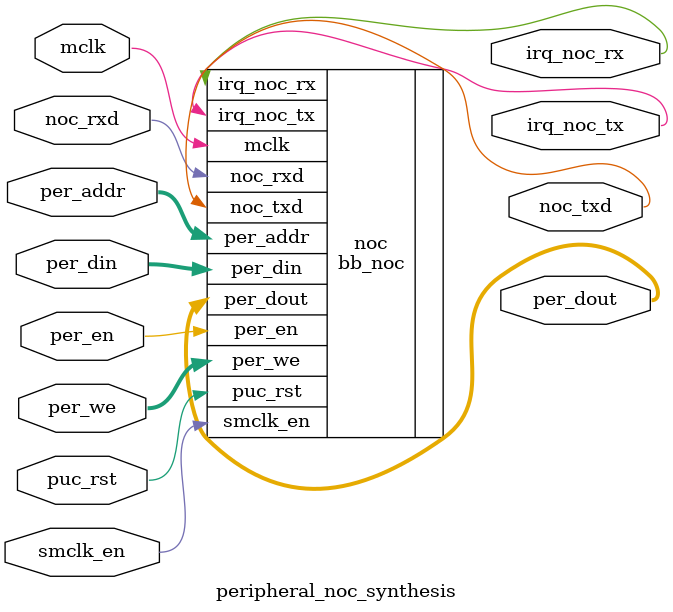
<source format=sv>

/* Copyright (c) 2018-2019 by the author(s)
 *
 * Permission is hereby granted, free of charge, to any person obtaining a copy
 * of this software and associated documentation files (the "Software"), to deal
 * in the Software without restriction, including without limitation the rights
 * to use, copy, modify, merge, publish, distribute, sublicense, and/or sell
 * copies of the Software, and to permit persons to whom the Software is
 * furnished to do so, subject to the following conditions:
 *
 * The above copyright notice and this permission notice shall be included in
 * all copies or substantial portions of the Software.
 *
 * THE SOFTWARE IS PROVIDED "AS IS", WITHOUT WARRANTY OF ANY KIND, EXPRESS OR
 * IMPLIED, INCLUDING BUT NOT LIMITED TO THE WARRANTIES OF MERCHANTABILITY,
 * FITNESS FOR A PARTICULAR PURPOSE AND NONINFRINGEMENT. IN NO EVENT SHALL THE
 * AUTHORS OR COPYRIGHT HOLDERS BE LIABLE FOR ANY CLAIM, DAMAGES OR OTHER
 * LIABILITY, WHETHER IN AN ACTION OF CONTRACT, TORT OR OTHERWISE, ARISING FROM,
 * OUT OF OR IN CONNECTION WITH THE SOFTWARE OR THE USE OR OTHER DEALINGS IN
 * THE SOFTWARE.
 *
 * =============================================================================
 * Author(s):
 *   Paco Reina Campo <pacoreinacampo@queenfield.tech>
 */

module peripheral_noc_synthesis (
  input mclk,    // Main system clock
  input puc_rst, // Main system reset

  input smclk_en,  // SMCLK enable (from CPU)

  input  [13:0] per_addr,  // Peripheral address
  output [15:0] per_dout,  // Peripheral data output
  input  [15:0] per_din,   // Peripheral data input
  input         per_en,    // Peripheral enable (high active)
  input  [ 1:0] per_we,    // Peripheral write enable (high active)

  output irq_noc_rx,  // UART receive interrupt
  output irq_noc_tx,  // UART transmit interrupt
  input  noc_rxd,     // UART Data Receive (RXD)
  output noc_txd      // UART Data Transmit (TXD)
);

  //////////////////////////////////////////////////////////////////
  // Module Body
  //////////////////////////////////////////////////////////////////////////////

  // DUT BB
  bb_noc noc (
    .mclk   (mclk),    // Main system clock
    .puc_rst(puc_rst), // Main system reset

    .smclk_en(smclk_en),  // SMCLK enable (from CPU)

    .per_addr(per_addr),  // Peripheral address
    .per_dout(per_dout),  // Peripheral data output
    .per_din (per_din),   // Peripheral data input
    .per_en  (per_en),    // Peripheral enable (high active)
    .per_we  (per_we),    // Peripheral write enable (high active)

    .irq_noc_rx(irq_noc_rx),  // UART receive interrupt
    .irq_noc_tx(irq_noc_tx),  // UART transmit interrupt
    .noc_rxd   (noc_rxd),     // UART Data Receive (RXD)
    .noc_txd   (noc_txd)      // UART Data Transmit (TXD)
  );
endmodule

</source>
